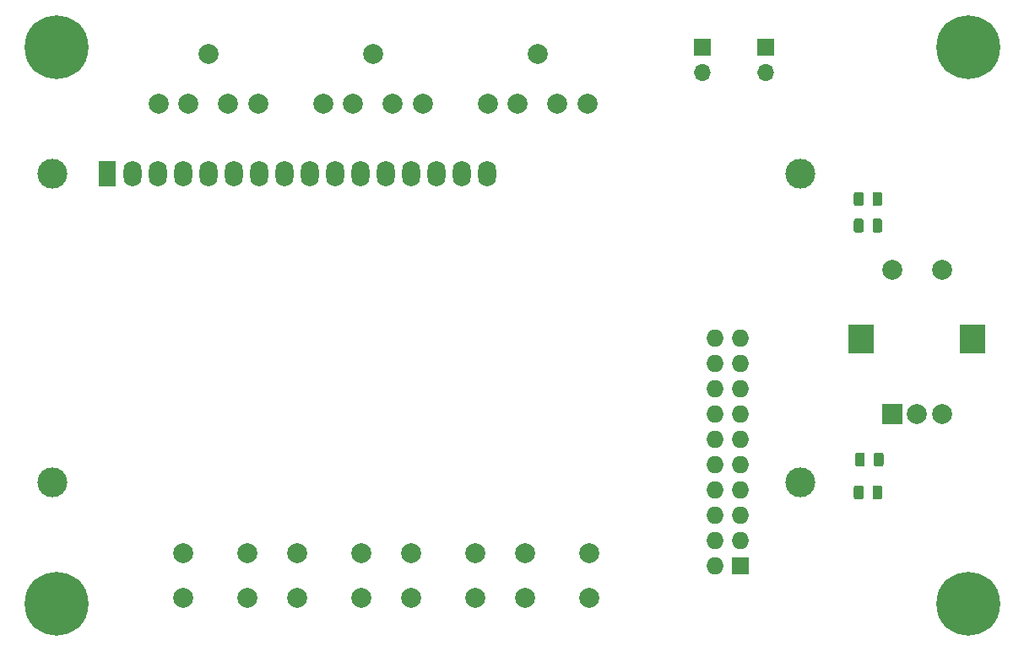
<source format=gts>
G04 #@! TF.GenerationSoftware,KiCad,Pcbnew,5.99.0-unknown-43514a1~86~ubuntu18.04.1*
G04 #@! TF.CreationDate,2020-02-15T14:01:29+00:00*
G04 #@! TF.ProjectId,UI,55492e6b-6963-4616-945f-706362585858,rev?*
G04 #@! TF.SameCoordinates,Original*
G04 #@! TF.FileFunction,Soldermask,Top*
G04 #@! TF.FilePolarity,Negative*
%FSLAX46Y46*%
G04 Gerber Fmt 4.6, Leading zero omitted, Abs format (unit mm)*
G04 Created by KiCad (PCBNEW 5.99.0-unknown-43514a1~86~ubuntu18.04.1) date 2020-02-15 14:01:29*
%MOMM*%
%LPD*%
G01*
G04 APERTURE LIST*
%ADD10O,1.700000X1.700000*%
%ADD11R,1.700000X1.700000*%
%ADD12C,2.000000*%
%ADD13R,2.000000X2.000000*%
%ADD14R,2.500000X3.000000*%
%ADD15C,3.000000*%
%ADD16O,1.800000X2.600000*%
%ADD17R,1.800000X2.600000*%
%ADD18O,1.727200X1.727200*%
%ADD19R,1.727200X1.727200*%
%ADD20C,6.400000*%
G04 APERTURE END LIST*
G36*
X188091529Y-69168554D02*
G01*
X188170607Y-69221393D01*
X188223446Y-69300471D01*
X188242000Y-69393750D01*
X188242000Y-70306250D01*
X188223446Y-70399529D01*
X188170607Y-70478607D01*
X188091529Y-70531446D01*
X187998250Y-70550000D01*
X187510750Y-70550000D01*
X187417471Y-70531446D01*
X187338393Y-70478607D01*
X187285554Y-70399529D01*
X187267000Y-70306250D01*
X187267000Y-69393750D01*
X187285554Y-69300471D01*
X187338393Y-69221393D01*
X187417471Y-69168554D01*
X187510750Y-69150000D01*
X187998250Y-69150000D01*
X188091529Y-69168554D01*
G37*
G36*
X186216529Y-69168554D02*
G01*
X186295607Y-69221393D01*
X186348446Y-69300471D01*
X186367000Y-69393750D01*
X186367000Y-70306250D01*
X186348446Y-70399529D01*
X186295607Y-70478607D01*
X186216529Y-70531446D01*
X186123250Y-70550000D01*
X185635750Y-70550000D01*
X185542471Y-70531446D01*
X185463393Y-70478607D01*
X185410554Y-70399529D01*
X185392000Y-70306250D01*
X185392000Y-69393750D01*
X185410554Y-69300471D01*
X185463393Y-69221393D01*
X185542471Y-69168554D01*
X185635750Y-69150000D01*
X186123250Y-69150000D01*
X186216529Y-69168554D01*
G37*
G36*
X188091529Y-71835554D02*
G01*
X188170607Y-71888393D01*
X188223446Y-71967471D01*
X188242000Y-72060750D01*
X188242000Y-72973250D01*
X188223446Y-73066529D01*
X188170607Y-73145607D01*
X188091529Y-73198446D01*
X187998250Y-73217000D01*
X187510750Y-73217000D01*
X187417471Y-73198446D01*
X187338393Y-73145607D01*
X187285554Y-73066529D01*
X187267000Y-72973250D01*
X187267000Y-72060750D01*
X187285554Y-71967471D01*
X187338393Y-71888393D01*
X187417471Y-71835554D01*
X187510750Y-71817000D01*
X187998250Y-71817000D01*
X188091529Y-71835554D01*
G37*
G36*
X186216529Y-71835554D02*
G01*
X186295607Y-71888393D01*
X186348446Y-71967471D01*
X186367000Y-72060750D01*
X186367000Y-72973250D01*
X186348446Y-73066529D01*
X186295607Y-73145607D01*
X186216529Y-73198446D01*
X186123250Y-73217000D01*
X185635750Y-73217000D01*
X185542471Y-73198446D01*
X185463393Y-73145607D01*
X185410554Y-73066529D01*
X185392000Y-72973250D01*
X185392000Y-72060750D01*
X185410554Y-71967471D01*
X185463393Y-71888393D01*
X185542471Y-71835554D01*
X185635750Y-71817000D01*
X186123250Y-71817000D01*
X186216529Y-71835554D01*
G37*
G36*
X188091529Y-98632554D02*
G01*
X188170607Y-98685393D01*
X188223446Y-98764471D01*
X188242000Y-98857750D01*
X188242000Y-99770250D01*
X188223446Y-99863529D01*
X188170607Y-99942607D01*
X188091529Y-99995446D01*
X187998250Y-100014000D01*
X187510750Y-100014000D01*
X187417471Y-99995446D01*
X187338393Y-99942607D01*
X187285554Y-99863529D01*
X187267000Y-99770250D01*
X187267000Y-98857750D01*
X187285554Y-98764471D01*
X187338393Y-98685393D01*
X187417471Y-98632554D01*
X187510750Y-98614000D01*
X187998250Y-98614000D01*
X188091529Y-98632554D01*
G37*
G36*
X186216529Y-98632554D02*
G01*
X186295607Y-98685393D01*
X186348446Y-98764471D01*
X186367000Y-98857750D01*
X186367000Y-99770250D01*
X186348446Y-99863529D01*
X186295607Y-99942607D01*
X186216529Y-99995446D01*
X186123250Y-100014000D01*
X185635750Y-100014000D01*
X185542471Y-99995446D01*
X185463393Y-99942607D01*
X185410554Y-99863529D01*
X185392000Y-99770250D01*
X185392000Y-98857750D01*
X185410554Y-98764471D01*
X185463393Y-98685393D01*
X185542471Y-98632554D01*
X185635750Y-98614000D01*
X186123250Y-98614000D01*
X186216529Y-98632554D01*
G37*
G36*
X188218529Y-95330554D02*
G01*
X188297607Y-95383393D01*
X188350446Y-95462471D01*
X188369000Y-95555750D01*
X188369000Y-96468250D01*
X188350446Y-96561529D01*
X188297607Y-96640607D01*
X188218529Y-96693446D01*
X188125250Y-96712000D01*
X187637750Y-96712000D01*
X187544471Y-96693446D01*
X187465393Y-96640607D01*
X187412554Y-96561529D01*
X187394000Y-96468250D01*
X187394000Y-95555750D01*
X187412554Y-95462471D01*
X187465393Y-95383393D01*
X187544471Y-95330554D01*
X187637750Y-95312000D01*
X188125250Y-95312000D01*
X188218529Y-95330554D01*
G37*
G36*
X186343529Y-95330554D02*
G01*
X186422607Y-95383393D01*
X186475446Y-95462471D01*
X186494000Y-95555750D01*
X186494000Y-96468250D01*
X186475446Y-96561529D01*
X186422607Y-96640607D01*
X186343529Y-96693446D01*
X186250250Y-96712000D01*
X185762750Y-96712000D01*
X185669471Y-96693446D01*
X185590393Y-96640607D01*
X185537554Y-96561529D01*
X185519000Y-96468250D01*
X185519000Y-95555750D01*
X185537554Y-95462471D01*
X185590393Y-95383393D01*
X185669471Y-95330554D01*
X185762750Y-95312000D01*
X186250250Y-95312000D01*
X186343529Y-95330554D01*
G37*
D10*
X170180000Y-57150000D03*
D11*
X170180000Y-54610000D03*
D12*
X151670000Y-60300000D03*
X155670000Y-60300000D03*
X158670000Y-60300000D03*
X148670000Y-60300000D03*
X153670000Y-55300000D03*
D10*
X176530000Y-57150000D03*
D11*
X176530000Y-54610000D03*
D12*
X118650000Y-60300000D03*
X122650000Y-60300000D03*
X125650000Y-60300000D03*
X115650000Y-60300000D03*
X120650000Y-55300000D03*
X135160000Y-60300000D03*
X139160000Y-60300000D03*
X142160000Y-60300000D03*
X132160000Y-60300000D03*
X137160000Y-55300000D03*
D13*
X189230000Y-91440000D03*
D12*
X191730000Y-91440000D03*
X194230000Y-91440000D03*
D14*
X186130000Y-83940000D03*
X197330000Y-83940000D03*
D12*
X189230000Y-76940000D03*
X194230000Y-76940000D03*
X158900000Y-105410000D03*
X158900000Y-109910000D03*
X152400000Y-105410000D03*
X152400000Y-109910000D03*
X147470000Y-105410000D03*
X147470000Y-109910000D03*
X140970000Y-105410000D03*
X140970000Y-109910000D03*
X136040000Y-105410000D03*
X136040000Y-109910000D03*
X129540000Y-105410000D03*
X129540000Y-109910000D03*
X124610000Y-105410000D03*
X124610000Y-109910000D03*
X118110000Y-105410000D03*
X118110000Y-109910000D03*
D15*
X179990000Y-67310000D03*
X179989480Y-98310700D03*
X104990900Y-98310700D03*
X104990900Y-67310000D03*
D16*
X148590000Y-67310000D03*
X146050000Y-67310000D03*
X143510000Y-67310000D03*
X140970000Y-67310000D03*
X138430000Y-67310000D03*
X135890000Y-67310000D03*
X133350000Y-67310000D03*
X130810000Y-67310000D03*
X128270000Y-67310000D03*
X125730000Y-67310000D03*
X123190000Y-67310000D03*
X120650000Y-67310000D03*
X118110000Y-67310000D03*
X115570000Y-67310000D03*
X113030000Y-67310000D03*
D17*
X110490000Y-67310000D03*
D18*
X171450000Y-83820000D03*
X173990000Y-83820000D03*
X171450000Y-86360000D03*
X173990000Y-86360000D03*
X171450000Y-88900000D03*
X173990000Y-88900000D03*
X171450000Y-91440000D03*
X173990000Y-91440000D03*
X171450000Y-93980000D03*
X173990000Y-93980000D03*
X171450000Y-96520000D03*
X173990000Y-96520000D03*
X171450000Y-99060000D03*
X173990000Y-99060000D03*
X171450000Y-101600000D03*
X173990000Y-101600000D03*
X171450000Y-104140000D03*
X173990000Y-104140000D03*
X171450000Y-106680000D03*
D19*
X173990000Y-106680000D03*
D20*
X196850000Y-54610000D03*
X196850000Y-110490000D03*
X105410000Y-110490000D03*
X105410000Y-54610000D03*
M02*

</source>
